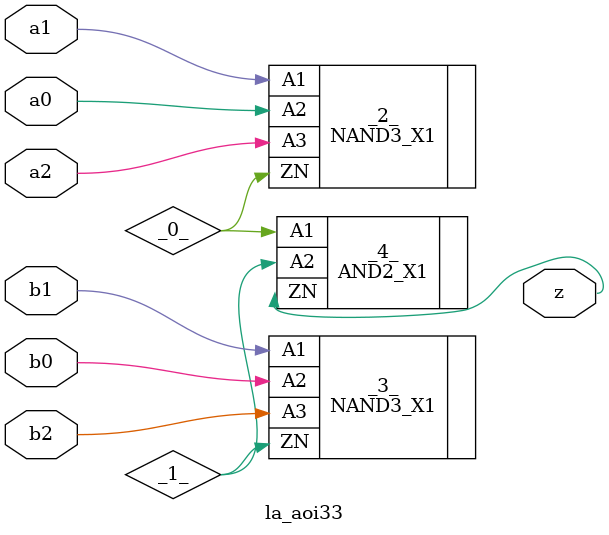
<source format=v>
/* Generated by Yosys 0.37 (git sha1 a5c7f69ed, clang 14.0.0-1ubuntu1.1 -fPIC -Os) */

module la_aoi33(a0, a1, a2, b0, b1, b2, z);
  wire _0_;
  wire _1_;
  input a0;
  wire a0;
  input a1;
  wire a1;
  input a2;
  wire a2;
  input b0;
  wire b0;
  input b1;
  wire b1;
  input b2;
  wire b2;
  output z;
  wire z;
  NAND3_X1 _2_ (
    .A1(a1),
    .A2(a0),
    .A3(a2),
    .ZN(_0_)
  );
  NAND3_X1 _3_ (
    .A1(b1),
    .A2(b0),
    .A3(b2),
    .ZN(_1_)
  );
  AND2_X1 _4_ (
    .A1(_0_),
    .A2(_1_),
    .ZN(z)
  );
endmodule

</source>
